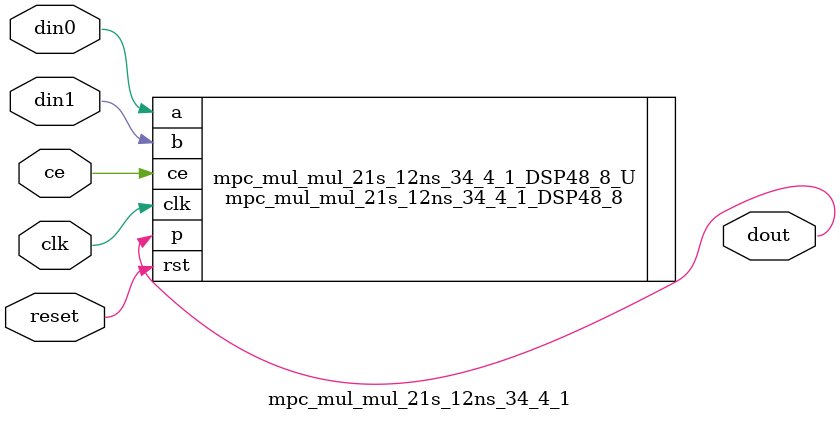
<source format=v>
module mpc_mul_mul_21s_12ns_34_4_1(
    clk,
    reset,
    ce,
    din0,
    din1,
    dout);

parameter ID = 32'd1;
parameter NUM_STAGE = 32'd1;
parameter din0_WIDTH = 32'd1;
parameter din1_WIDTH = 32'd1;
parameter dout_WIDTH = 32'd1;
input clk;
input reset;
input ce;
input[din0_WIDTH - 1:0] din0;
input[din1_WIDTH - 1:0] din1;
output[dout_WIDTH - 1:0] dout;



mpc_mul_mul_21s_12ns_34_4_1_DSP48_8 mpc_mul_mul_21s_12ns_34_4_1_DSP48_8_U(
    .clk( clk ),
    .rst( reset ),
    .ce( ce ),
    .a( din0 ),
    .b( din1 ),
    .p( dout ));

endmodule

</source>
